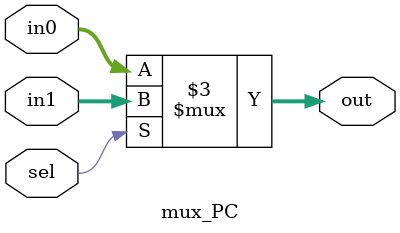
<source format=v>
module mux_PC(
    //input clk 
    //input reset,
    input [31:0] in0,in1,
    input  sel,	       
    output reg [31:0] out
);

   /*always @ (posedge clk) begin
      if (reset) out <= 32'h2000;
   end*/
   
   //always @ (posedge clk) begin
   always @ (*) begin
      //if (reset) out <= (32'h2000 - 4);
      if (sel) out <= in1;
      else out <= in0;
   end
endmodule

</source>
